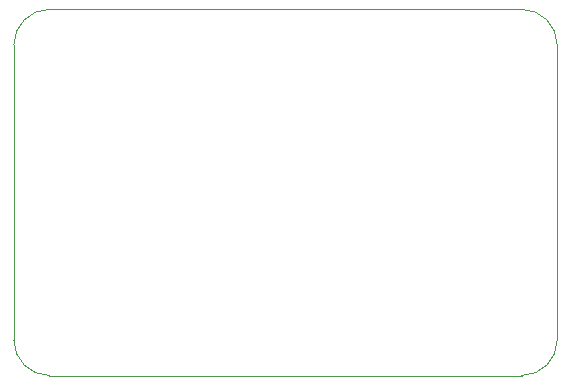
<source format=gbr>
%TF.GenerationSoftware,KiCad,Pcbnew,5.1.10-88a1d61d58~88~ubuntu20.04.1*%
%TF.CreationDate,2021-07-12T17:43:57-04:00*%
%TF.ProjectId,micropantograph,6d696372-6f70-4616-9e74-6f6772617068,rev?*%
%TF.SameCoordinates,Original*%
%TF.FileFunction,Profile,NP*%
%FSLAX46Y46*%
G04 Gerber Fmt 4.6, Leading zero omitted, Abs format (unit mm)*
G04 Created by KiCad (PCBNEW 5.1.10-88a1d61d58~88~ubuntu20.04.1) date 2021-07-12 17:43:57*
%MOMM*%
%LPD*%
G01*
G04 APERTURE LIST*
%TA.AperFunction,Profile*%
%ADD10C,0.050000*%
%TD*%
G04 APERTURE END LIST*
D10*
X193000000Y-90000000D02*
G75*
G02*
X190000000Y-93000000I-3000000J0D01*
G01*
X150000000Y-93000000D02*
G75*
G02*
X147000000Y-90000000I0J3000000D01*
G01*
X147000000Y-65000000D02*
G75*
G02*
X150000000Y-62000000I3000000J0D01*
G01*
X190000000Y-62000000D02*
G75*
G02*
X193000000Y-65000000I0J-3000000D01*
G01*
X147000000Y-65000000D02*
X147000000Y-90000000D01*
X190000000Y-62000000D02*
X150000000Y-62000000D01*
X193000000Y-90000000D02*
X193000000Y-65000000D01*
X150000000Y-93000000D02*
X190000000Y-93000000D01*
M02*

</source>
